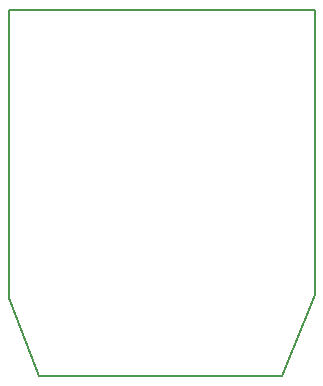
<source format=gbr>
G04 #@! TF.GenerationSoftware,KiCad,Pcbnew,5.0.0-fee4fd1~66~ubuntu16.04.1*
G04 #@! TF.CreationDate,2018-12-09T19:45:05+07:00*
G04 #@! TF.ProjectId,master_circuit,6D61737465725F636972637569742E6B,rev?*
G04 #@! TF.SameCoordinates,Original*
G04 #@! TF.FileFunction,Profile,NP*
%FSLAX46Y46*%
G04 Gerber Fmt 4.6, Leading zero omitted, Abs format (unit mm)*
G04 Created by KiCad (PCBNEW 5.0.0-fee4fd1~66~ubuntu16.04.1) date Sun Dec  9 19:45:05 2018*
%MOMM*%
%LPD*%
G01*
G04 APERTURE LIST*
%ADD10C,0.150000*%
G04 APERTURE END LIST*
D10*
X144272000Y-84836000D02*
X144272000Y-60452000D01*
X146812000Y-91440000D02*
X144272000Y-84836000D01*
X167386000Y-91440000D02*
X146812000Y-91440000D01*
X170180000Y-84582000D02*
X167386000Y-91440000D01*
X170180000Y-60452000D02*
X170180000Y-84582000D01*
X144272000Y-60452000D02*
X170180000Y-60452000D01*
M02*

</source>
